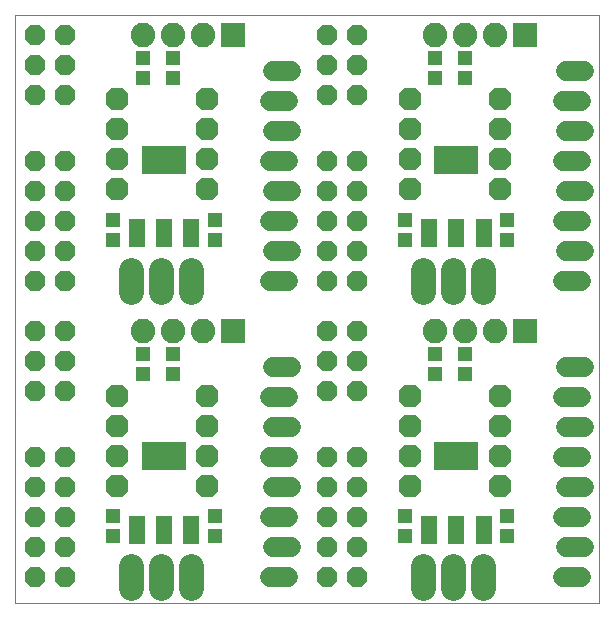
<source format=gbs>
G75*
G70*
%OFA0B0*%
%FSLAX24Y24*%
%IPPOS*%
%LPD*%
%AMOC8*
5,1,8,0,0,1.08239X$1,22.5*
%
%ADD10C,0.0000*%
%ADD11OC8,0.0760*%
%ADD12OC8,0.0680*%
%ADD13R,0.0474X0.0513*%
%ADD14C,0.0820*%
%ADD15R,0.0560X0.0960*%
%ADD16R,0.1497X0.0946*%
%ADD17R,0.0820X0.0820*%
%ADD18C,0.0820*%
%ADD19C,0.0680*%
D10*
X000100Y000100D02*
X000100Y019721D01*
X019595Y019721D01*
X019595Y000100D01*
X000100Y000100D01*
D11*
X003523Y004020D03*
X003523Y005020D03*
X003523Y006020D03*
X003523Y007020D03*
X006523Y007020D03*
X006523Y006020D03*
X006523Y005020D03*
X006523Y004020D03*
X013273Y004020D03*
X013273Y005020D03*
X013273Y006020D03*
X013273Y007020D03*
X016273Y007020D03*
X016273Y006020D03*
X016273Y005020D03*
X016273Y004020D03*
X016273Y013895D03*
X016273Y014895D03*
X016273Y015895D03*
X016273Y016895D03*
X013273Y016895D03*
X013273Y015895D03*
X013273Y014895D03*
X013273Y013895D03*
X006523Y013895D03*
X006523Y014895D03*
X006523Y015895D03*
X006523Y016895D03*
X003523Y016895D03*
X003523Y015895D03*
X003523Y014895D03*
X003523Y013895D03*
D12*
X001775Y013850D03*
X001775Y012850D03*
X001775Y011850D03*
X001775Y010850D03*
X000775Y010850D03*
X000775Y011850D03*
X000775Y012850D03*
X000775Y013850D03*
X000775Y014850D03*
X001775Y014850D03*
X001775Y017050D03*
X001775Y018050D03*
X001775Y019050D03*
X000775Y019050D03*
X000775Y018050D03*
X000775Y017050D03*
X000775Y009175D03*
X000775Y008175D03*
X000775Y007175D03*
X001775Y007175D03*
X001775Y008175D03*
X001775Y009175D03*
X001775Y004975D03*
X001775Y003975D03*
X001775Y002975D03*
X001775Y001975D03*
X001775Y000975D03*
X000775Y000975D03*
X000775Y001975D03*
X000775Y002975D03*
X000775Y003975D03*
X000775Y004975D03*
X010525Y004975D03*
X010525Y003975D03*
X010525Y002975D03*
X011525Y002975D03*
X011525Y003975D03*
X011525Y004975D03*
X011525Y007175D03*
X011525Y008175D03*
X011525Y009175D03*
X010525Y009175D03*
X010525Y008175D03*
X010525Y007175D03*
X010525Y010850D03*
X010525Y011850D03*
X010525Y012850D03*
X010525Y013850D03*
X010525Y014850D03*
X011525Y014850D03*
X011525Y013850D03*
X011525Y012850D03*
X011525Y011850D03*
X011525Y010850D03*
X011525Y017050D03*
X011525Y018050D03*
X011525Y019050D03*
X010525Y019050D03*
X010525Y018050D03*
X010525Y017050D03*
X010525Y001975D03*
X010525Y000975D03*
X011525Y000975D03*
X011525Y001975D03*
D13*
X013125Y002340D03*
X013125Y003010D03*
X016525Y003010D03*
X016525Y002340D03*
X015125Y007740D03*
X015125Y008410D03*
X014125Y008410D03*
X014125Y007740D03*
X013125Y012215D03*
X013125Y012885D03*
X016525Y012885D03*
X016525Y012215D03*
X015125Y017615D03*
X015125Y018285D03*
X014125Y018285D03*
X014125Y017615D03*
X006775Y012885D03*
X006775Y012215D03*
X003375Y012215D03*
X003375Y012885D03*
X004375Y008410D03*
X004375Y007740D03*
X005375Y007740D03*
X005375Y008410D03*
X006775Y003010D03*
X006775Y002340D03*
X003375Y002340D03*
X003375Y003010D03*
X004375Y017615D03*
X004375Y018285D03*
X005375Y018285D03*
X005375Y017615D03*
D14*
X004975Y011220D02*
X004975Y010480D01*
X003975Y010480D02*
X003975Y011220D01*
X005975Y011220D02*
X005975Y010480D01*
X013725Y010480D02*
X013725Y011220D01*
X014725Y011220D02*
X014725Y010480D01*
X015725Y010480D02*
X015725Y011220D01*
X015725Y001345D02*
X015725Y000605D01*
X014725Y000605D02*
X014725Y001345D01*
X013725Y001345D02*
X013725Y000605D01*
X005975Y000605D02*
X005975Y001345D01*
X004975Y001345D02*
X004975Y000605D01*
X003975Y000605D02*
X003975Y001345D01*
D15*
X004165Y002555D03*
X005075Y002555D03*
X005985Y002555D03*
X013915Y002555D03*
X014825Y002555D03*
X015735Y002555D03*
X015735Y012430D03*
X014825Y012430D03*
X013915Y012430D03*
X005985Y012430D03*
X005075Y012430D03*
X004165Y012430D03*
D16*
X005075Y014870D03*
X014825Y014870D03*
X014825Y004995D03*
X005075Y004995D03*
D17*
X007375Y009175D03*
X017125Y009175D03*
X017125Y019050D03*
X007375Y019050D03*
D18*
X006375Y019050D03*
X005375Y019050D03*
X004375Y019050D03*
X014125Y019050D03*
X015125Y019050D03*
X016125Y019050D03*
X016125Y009175D03*
X015125Y009175D03*
X014125Y009175D03*
X006375Y009175D03*
X005375Y009175D03*
X004375Y009175D03*
D19*
X008625Y010850D02*
X009225Y010850D01*
X009325Y011850D02*
X008725Y011850D01*
X008625Y012850D02*
X009225Y012850D01*
X009325Y013850D02*
X008725Y013850D01*
X008625Y014850D02*
X009225Y014850D01*
X009325Y015850D02*
X008725Y015850D01*
X008625Y016850D02*
X009225Y016850D01*
X009325Y017850D02*
X008725Y017850D01*
X018375Y016850D02*
X018975Y016850D01*
X019075Y017850D02*
X018475Y017850D01*
X018475Y015850D02*
X019075Y015850D01*
X018975Y014850D02*
X018375Y014850D01*
X018475Y013850D02*
X019075Y013850D01*
X018975Y012850D02*
X018375Y012850D01*
X018475Y011850D02*
X019075Y011850D01*
X018975Y010850D02*
X018375Y010850D01*
X018475Y007975D02*
X019075Y007975D01*
X018975Y006975D02*
X018375Y006975D01*
X018475Y005975D02*
X019075Y005975D01*
X018975Y004975D02*
X018375Y004975D01*
X018475Y003975D02*
X019075Y003975D01*
X018975Y002975D02*
X018375Y002975D01*
X018475Y001975D02*
X019075Y001975D01*
X018975Y000975D02*
X018375Y000975D01*
X009325Y001975D02*
X008725Y001975D01*
X008625Y000975D02*
X009225Y000975D01*
X009225Y002975D02*
X008625Y002975D01*
X008725Y003975D02*
X009325Y003975D01*
X009225Y004975D02*
X008625Y004975D01*
X008725Y005975D02*
X009325Y005975D01*
X009225Y006975D02*
X008625Y006975D01*
X008725Y007975D02*
X009325Y007975D01*
M02*

</source>
